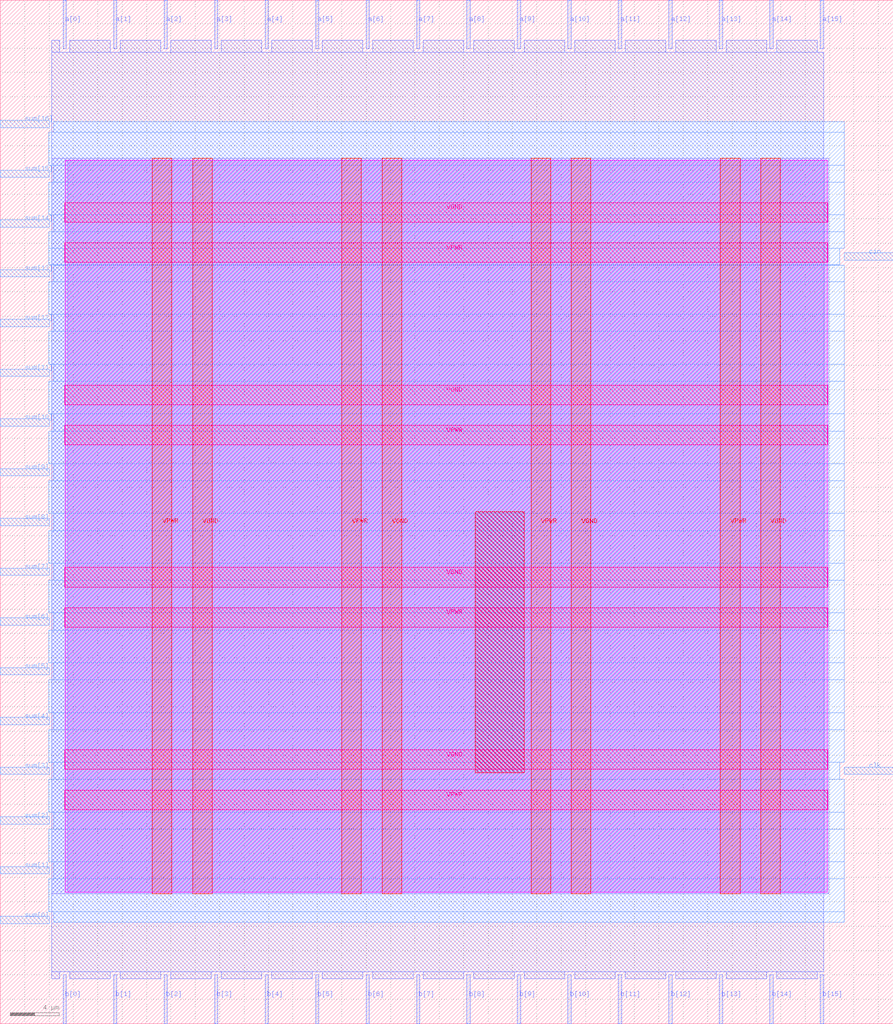
<source format=lef>
VERSION 5.7 ;
  NOWIREEXTENSIONATPIN ON ;
  DIVIDERCHAR "/" ;
  BUSBITCHARS "[]" ;
MACRO adder
  CLASS BLOCK ;
  FOREIGN adder ;
  ORIGIN 0.000 0.000 ;
  SIZE 73.220 BY 83.940 ;
  PIN VGND
    DIRECTION INOUT ;
    USE GROUND ;
    PORT
      LAYER met4 ;
        RECT 15.780 10.640 17.380 70.960 ;
    END
    PORT
      LAYER met4 ;
        RECT 31.305 10.640 32.905 70.960 ;
    END
    PORT
      LAYER met4 ;
        RECT 46.830 10.640 48.430 70.960 ;
    END
    PORT
      LAYER met4 ;
        RECT 62.355 10.640 63.955 70.960 ;
    END
    PORT
      LAYER met5 ;
        RECT 5.280 20.855 67.860 22.455 ;
    END
    PORT
      LAYER met5 ;
        RECT 5.280 35.810 67.860 37.410 ;
    END
    PORT
      LAYER met5 ;
        RECT 5.280 50.765 67.860 52.365 ;
    END
    PORT
      LAYER met5 ;
        RECT 5.280 65.720 67.860 67.320 ;
    END
  END VGND
  PIN VPWR
    DIRECTION INOUT ;
    USE POWER ;
    PORT
      LAYER met4 ;
        RECT 12.480 10.640 14.080 70.960 ;
    END
    PORT
      LAYER met4 ;
        RECT 28.005 10.640 29.605 70.960 ;
    END
    PORT
      LAYER met4 ;
        RECT 43.530 10.640 45.130 70.960 ;
    END
    PORT
      LAYER met4 ;
        RECT 59.055 10.640 60.655 70.960 ;
    END
    PORT
      LAYER met5 ;
        RECT 5.280 17.555 67.860 19.155 ;
    END
    PORT
      LAYER met5 ;
        RECT 5.280 32.510 67.860 34.110 ;
    END
    PORT
      LAYER met5 ;
        RECT 5.280 47.465 67.860 49.065 ;
    END
    PORT
      LAYER met5 ;
        RECT 5.280 62.420 67.860 64.020 ;
    END
  END VPWR
  PIN a[0]
    DIRECTION INPUT ;
    USE SIGNAL ;
    ANTENNAGATEAREA 0.196500 ;
    PORT
      LAYER met2 ;
        RECT 5.150 79.940 5.430 83.940 ;
    END
  END a[0]
  PIN a[10]
    DIRECTION INPUT ;
    USE SIGNAL ;
    ANTENNAGATEAREA 0.196500 ;
    PORT
      LAYER met2 ;
        RECT 46.550 79.940 46.830 83.940 ;
    END
  END a[10]
  PIN a[11]
    DIRECTION INPUT ;
    USE SIGNAL ;
    ANTENNAGATEAREA 0.196500 ;
    PORT
      LAYER met2 ;
        RECT 50.690 79.940 50.970 83.940 ;
    END
  END a[11]
  PIN a[12]
    DIRECTION INPUT ;
    USE SIGNAL ;
    ANTENNAGATEAREA 0.196500 ;
    PORT
      LAYER met2 ;
        RECT 54.830 79.940 55.110 83.940 ;
    END
  END a[12]
  PIN a[13]
    DIRECTION INPUT ;
    USE SIGNAL ;
    ANTENNAGATEAREA 0.196500 ;
    PORT
      LAYER met2 ;
        RECT 58.970 79.940 59.250 83.940 ;
    END
  END a[13]
  PIN a[14]
    DIRECTION INPUT ;
    USE SIGNAL ;
    ANTENNAGATEAREA 0.196500 ;
    PORT
      LAYER met2 ;
        RECT 63.110 79.940 63.390 83.940 ;
    END
  END a[14]
  PIN a[15]
    DIRECTION INPUT ;
    USE SIGNAL ;
    ANTENNAGATEAREA 0.196500 ;
    PORT
      LAYER met2 ;
        RECT 67.250 79.940 67.530 83.940 ;
    END
  END a[15]
  PIN a[1]
    DIRECTION INPUT ;
    USE SIGNAL ;
    ANTENNAGATEAREA 0.196500 ;
    PORT
      LAYER met2 ;
        RECT 9.290 79.940 9.570 83.940 ;
    END
  END a[1]
  PIN a[2]
    DIRECTION INPUT ;
    USE SIGNAL ;
    ANTENNAGATEAREA 0.196500 ;
    PORT
      LAYER met2 ;
        RECT 13.430 79.940 13.710 83.940 ;
    END
  END a[2]
  PIN a[3]
    DIRECTION INPUT ;
    USE SIGNAL ;
    ANTENNAGATEAREA 0.196500 ;
    PORT
      LAYER met2 ;
        RECT 17.570 79.940 17.850 83.940 ;
    END
  END a[3]
  PIN a[4]
    DIRECTION INPUT ;
    USE SIGNAL ;
    ANTENNAGATEAREA 0.196500 ;
    PORT
      LAYER met2 ;
        RECT 21.710 79.940 21.990 83.940 ;
    END
  END a[4]
  PIN a[5]
    DIRECTION INPUT ;
    USE SIGNAL ;
    ANTENNAGATEAREA 0.196500 ;
    PORT
      LAYER met2 ;
        RECT 25.850 79.940 26.130 83.940 ;
    END
  END a[5]
  PIN a[6]
    DIRECTION INPUT ;
    USE SIGNAL ;
    ANTENNAGATEAREA 0.196500 ;
    PORT
      LAYER met2 ;
        RECT 29.990 79.940 30.270 83.940 ;
    END
  END a[6]
  PIN a[7]
    DIRECTION INPUT ;
    USE SIGNAL ;
    ANTENNAGATEAREA 0.196500 ;
    PORT
      LAYER met2 ;
        RECT 34.130 79.940 34.410 83.940 ;
    END
  END a[7]
  PIN a[8]
    DIRECTION INPUT ;
    USE SIGNAL ;
    ANTENNAGATEAREA 0.196500 ;
    PORT
      LAYER met2 ;
        RECT 38.270 79.940 38.550 83.940 ;
    END
  END a[8]
  PIN a[9]
    DIRECTION INPUT ;
    USE SIGNAL ;
    ANTENNAGATEAREA 0.196500 ;
    PORT
      LAYER met2 ;
        RECT 42.410 79.940 42.690 83.940 ;
    END
  END a[9]
  PIN b[0]
    DIRECTION INPUT ;
    USE SIGNAL ;
    ANTENNAGATEAREA 0.196500 ;
    PORT
      LAYER met2 ;
        RECT 5.150 0.000 5.430 4.000 ;
    END
  END b[0]
  PIN b[10]
    DIRECTION INPUT ;
    USE SIGNAL ;
    ANTENNAGATEAREA 0.196500 ;
    PORT
      LAYER met2 ;
        RECT 46.550 0.000 46.830 4.000 ;
    END
  END b[10]
  PIN b[11]
    DIRECTION INPUT ;
    USE SIGNAL ;
    ANTENNAGATEAREA 0.196500 ;
    PORT
      LAYER met2 ;
        RECT 50.690 0.000 50.970 4.000 ;
    END
  END b[11]
  PIN b[12]
    DIRECTION INPUT ;
    USE SIGNAL ;
    ANTENNAGATEAREA 0.196500 ;
    PORT
      LAYER met2 ;
        RECT 54.830 0.000 55.110 4.000 ;
    END
  END b[12]
  PIN b[13]
    DIRECTION INPUT ;
    USE SIGNAL ;
    ANTENNAGATEAREA 0.196500 ;
    PORT
      LAYER met2 ;
        RECT 58.970 0.000 59.250 4.000 ;
    END
  END b[13]
  PIN b[14]
    DIRECTION INPUT ;
    USE SIGNAL ;
    ANTENNAGATEAREA 0.196500 ;
    PORT
      LAYER met2 ;
        RECT 63.110 0.000 63.390 4.000 ;
    END
  END b[14]
  PIN b[15]
    DIRECTION INPUT ;
    USE SIGNAL ;
    ANTENNAGATEAREA 0.196500 ;
    PORT
      LAYER met2 ;
        RECT 67.250 0.000 67.530 4.000 ;
    END
  END b[15]
  PIN b[1]
    DIRECTION INPUT ;
    USE SIGNAL ;
    ANTENNAGATEAREA 0.196500 ;
    PORT
      LAYER met2 ;
        RECT 9.290 0.000 9.570 4.000 ;
    END
  END b[1]
  PIN b[2]
    DIRECTION INPUT ;
    USE SIGNAL ;
    ANTENNAGATEAREA 0.196500 ;
    PORT
      LAYER met2 ;
        RECT 13.430 0.000 13.710 4.000 ;
    END
  END b[2]
  PIN b[3]
    DIRECTION INPUT ;
    USE SIGNAL ;
    ANTENNAGATEAREA 0.196500 ;
    PORT
      LAYER met2 ;
        RECT 17.570 0.000 17.850 4.000 ;
    END
  END b[3]
  PIN b[4]
    DIRECTION INPUT ;
    USE SIGNAL ;
    ANTENNAGATEAREA 0.196500 ;
    PORT
      LAYER met2 ;
        RECT 21.710 0.000 21.990 4.000 ;
    END
  END b[4]
  PIN b[5]
    DIRECTION INPUT ;
    USE SIGNAL ;
    ANTENNAGATEAREA 0.196500 ;
    PORT
      LAYER met2 ;
        RECT 25.850 0.000 26.130 4.000 ;
    END
  END b[5]
  PIN b[6]
    DIRECTION INPUT ;
    USE SIGNAL ;
    ANTENNAGATEAREA 0.196500 ;
    PORT
      LAYER met2 ;
        RECT 29.990 0.000 30.270 4.000 ;
    END
  END b[6]
  PIN b[7]
    DIRECTION INPUT ;
    USE SIGNAL ;
    ANTENNAGATEAREA 0.196500 ;
    PORT
      LAYER met2 ;
        RECT 34.130 0.000 34.410 4.000 ;
    END
  END b[7]
  PIN b[8]
    DIRECTION INPUT ;
    USE SIGNAL ;
    ANTENNAGATEAREA 0.196500 ;
    PORT
      LAYER met2 ;
        RECT 38.270 0.000 38.550 4.000 ;
    END
  END b[8]
  PIN b[9]
    DIRECTION INPUT ;
    USE SIGNAL ;
    ANTENNAGATEAREA 0.196500 ;
    PORT
      LAYER met2 ;
        RECT 42.410 0.000 42.690 4.000 ;
    END
  END b[9]
  PIN cin
    DIRECTION INPUT ;
    USE SIGNAL ;
    ANTENNAGATEAREA 0.196500 ;
    PORT
      LAYER met3 ;
        RECT 69.220 62.600 73.220 63.200 ;
    END
  END cin
  PIN clk
    DIRECTION INPUT ;
    USE SIGNAL ;
    ANTENNAGATEAREA 0.852000 ;
    PORT
      LAYER met3 ;
        RECT 69.220 20.440 73.220 21.040 ;
    END
  END clk
  PIN sum[0]
    DIRECTION OUTPUT ;
    USE SIGNAL ;
    ANTENNADIFFAREA 0.340600 ;
    PORT
      LAYER met3 ;
        RECT 0.000 8.200 4.000 8.800 ;
    END
  END sum[0]
  PIN sum[10]
    DIRECTION OUTPUT ;
    USE SIGNAL ;
    ANTENNADIFFAREA 0.340600 ;
    PORT
      LAYER met3 ;
        RECT 0.000 49.000 4.000 49.600 ;
    END
  END sum[10]
  PIN sum[11]
    DIRECTION OUTPUT ;
    USE SIGNAL ;
    ANTENNADIFFAREA 0.340600 ;
    PORT
      LAYER met3 ;
        RECT 0.000 53.080 4.000 53.680 ;
    END
  END sum[11]
  PIN sum[12]
    DIRECTION OUTPUT ;
    USE SIGNAL ;
    ANTENNADIFFAREA 0.340600 ;
    PORT
      LAYER met3 ;
        RECT 0.000 57.160 4.000 57.760 ;
    END
  END sum[12]
  PIN sum[13]
    DIRECTION OUTPUT ;
    USE SIGNAL ;
    ANTENNADIFFAREA 0.340600 ;
    PORT
      LAYER met3 ;
        RECT 0.000 61.240 4.000 61.840 ;
    END
  END sum[13]
  PIN sum[14]
    DIRECTION OUTPUT ;
    USE SIGNAL ;
    ANTENNADIFFAREA 0.340600 ;
    PORT
      LAYER met3 ;
        RECT 0.000 65.320 4.000 65.920 ;
    END
  END sum[14]
  PIN sum[15]
    DIRECTION OUTPUT ;
    USE SIGNAL ;
    ANTENNADIFFAREA 0.340600 ;
    PORT
      LAYER met3 ;
        RECT 0.000 69.400 4.000 70.000 ;
    END
  END sum[15]
  PIN sum[16]
    DIRECTION OUTPUT ;
    USE SIGNAL ;
    ANTENNADIFFAREA 0.340600 ;
    PORT
      LAYER met3 ;
        RECT 0.000 73.480 4.000 74.080 ;
    END
  END sum[16]
  PIN sum[1]
    DIRECTION OUTPUT ;
    USE SIGNAL ;
    ANTENNADIFFAREA 0.340600 ;
    PORT
      LAYER met3 ;
        RECT 0.000 12.280 4.000 12.880 ;
    END
  END sum[1]
  PIN sum[2]
    DIRECTION OUTPUT ;
    USE SIGNAL ;
    ANTENNADIFFAREA 0.340600 ;
    PORT
      LAYER met3 ;
        RECT 0.000 16.360 4.000 16.960 ;
    END
  END sum[2]
  PIN sum[3]
    DIRECTION OUTPUT ;
    USE SIGNAL ;
    ANTENNADIFFAREA 0.340600 ;
    PORT
      LAYER met3 ;
        RECT 0.000 20.440 4.000 21.040 ;
    END
  END sum[3]
  PIN sum[4]
    DIRECTION OUTPUT ;
    USE SIGNAL ;
    ANTENNADIFFAREA 0.340600 ;
    PORT
      LAYER met3 ;
        RECT 0.000 24.520 4.000 25.120 ;
    END
  END sum[4]
  PIN sum[5]
    DIRECTION OUTPUT ;
    USE SIGNAL ;
    ANTENNADIFFAREA 0.340600 ;
    PORT
      LAYER met3 ;
        RECT 0.000 28.600 4.000 29.200 ;
    END
  END sum[5]
  PIN sum[6]
    DIRECTION OUTPUT ;
    USE SIGNAL ;
    ANTENNADIFFAREA 0.340600 ;
    PORT
      LAYER met3 ;
        RECT 0.000 32.680 4.000 33.280 ;
    END
  END sum[6]
  PIN sum[7]
    DIRECTION OUTPUT ;
    USE SIGNAL ;
    ANTENNADIFFAREA 0.340600 ;
    PORT
      LAYER met3 ;
        RECT 0.000 36.760 4.000 37.360 ;
    END
  END sum[7]
  PIN sum[8]
    DIRECTION OUTPUT ;
    USE SIGNAL ;
    ANTENNADIFFAREA 0.340600 ;
    PORT
      LAYER met3 ;
        RECT 0.000 40.840 4.000 41.440 ;
    END
  END sum[8]
  PIN sum[9]
    DIRECTION OUTPUT ;
    USE SIGNAL ;
    ANTENNADIFFAREA 0.340600 ;
    PORT
      LAYER met3 ;
        RECT 0.000 44.920 4.000 45.520 ;
    END
  END sum[9]
  OBS
      LAYER nwell ;
        RECT 5.330 10.795 67.810 70.805 ;
      LAYER li1 ;
        RECT 5.520 10.795 67.620 70.805 ;
      LAYER met1 ;
        RECT 4.210 10.640 67.920 70.960 ;
      LAYER met2 ;
        RECT 4.230 79.660 4.870 80.650 ;
        RECT 5.710 79.660 9.010 80.650 ;
        RECT 9.850 79.660 13.150 80.650 ;
        RECT 13.990 79.660 17.290 80.650 ;
        RECT 18.130 79.660 21.430 80.650 ;
        RECT 22.270 79.660 25.570 80.650 ;
        RECT 26.410 79.660 29.710 80.650 ;
        RECT 30.550 79.660 33.850 80.650 ;
        RECT 34.690 79.660 37.990 80.650 ;
        RECT 38.830 79.660 42.130 80.650 ;
        RECT 42.970 79.660 46.270 80.650 ;
        RECT 47.110 79.660 50.410 80.650 ;
        RECT 51.250 79.660 54.550 80.650 ;
        RECT 55.390 79.660 58.690 80.650 ;
        RECT 59.530 79.660 62.830 80.650 ;
        RECT 63.670 79.660 66.970 80.650 ;
        RECT 4.230 4.280 67.520 79.660 ;
        RECT 4.230 3.670 4.870 4.280 ;
        RECT 5.710 3.670 9.010 4.280 ;
        RECT 9.850 3.670 13.150 4.280 ;
        RECT 13.990 3.670 17.290 4.280 ;
        RECT 18.130 3.670 21.430 4.280 ;
        RECT 22.270 3.670 25.570 4.280 ;
        RECT 26.410 3.670 29.710 4.280 ;
        RECT 30.550 3.670 33.850 4.280 ;
        RECT 34.690 3.670 37.990 4.280 ;
        RECT 38.830 3.670 42.130 4.280 ;
        RECT 42.970 3.670 46.270 4.280 ;
        RECT 47.110 3.670 50.410 4.280 ;
        RECT 51.250 3.670 54.550 4.280 ;
        RECT 55.390 3.670 58.690 4.280 ;
        RECT 59.530 3.670 62.830 4.280 ;
        RECT 63.670 3.670 66.970 4.280 ;
      LAYER met3 ;
        RECT 4.400 73.080 69.220 73.945 ;
        RECT 3.990 70.400 69.220 73.080 ;
        RECT 4.400 69.000 69.220 70.400 ;
        RECT 3.990 66.320 69.220 69.000 ;
        RECT 4.400 64.920 69.220 66.320 ;
        RECT 3.990 63.600 69.220 64.920 ;
        RECT 3.990 62.240 68.820 63.600 ;
        RECT 4.400 62.200 68.820 62.240 ;
        RECT 4.400 60.840 69.220 62.200 ;
        RECT 3.990 58.160 69.220 60.840 ;
        RECT 4.400 56.760 69.220 58.160 ;
        RECT 3.990 54.080 69.220 56.760 ;
        RECT 4.400 52.680 69.220 54.080 ;
        RECT 3.990 50.000 69.220 52.680 ;
        RECT 4.400 48.600 69.220 50.000 ;
        RECT 3.990 45.920 69.220 48.600 ;
        RECT 4.400 44.520 69.220 45.920 ;
        RECT 3.990 41.840 69.220 44.520 ;
        RECT 4.400 40.440 69.220 41.840 ;
        RECT 3.990 37.760 69.220 40.440 ;
        RECT 4.400 36.360 69.220 37.760 ;
        RECT 3.990 33.680 69.220 36.360 ;
        RECT 4.400 32.280 69.220 33.680 ;
        RECT 3.990 29.600 69.220 32.280 ;
        RECT 4.400 28.200 69.220 29.600 ;
        RECT 3.990 25.520 69.220 28.200 ;
        RECT 4.400 24.120 69.220 25.520 ;
        RECT 3.990 21.440 69.220 24.120 ;
        RECT 4.400 20.040 68.820 21.440 ;
        RECT 3.990 17.360 69.220 20.040 ;
        RECT 4.400 15.960 69.220 17.360 ;
        RECT 3.990 13.280 69.220 15.960 ;
        RECT 4.400 11.880 69.220 13.280 ;
        RECT 3.990 9.200 69.220 11.880 ;
        RECT 4.400 8.335 69.220 9.200 ;
      LAYER met4 ;
        RECT 38.935 20.575 42.945 41.985 ;
  END
END adder
END LIBRARY


</source>
